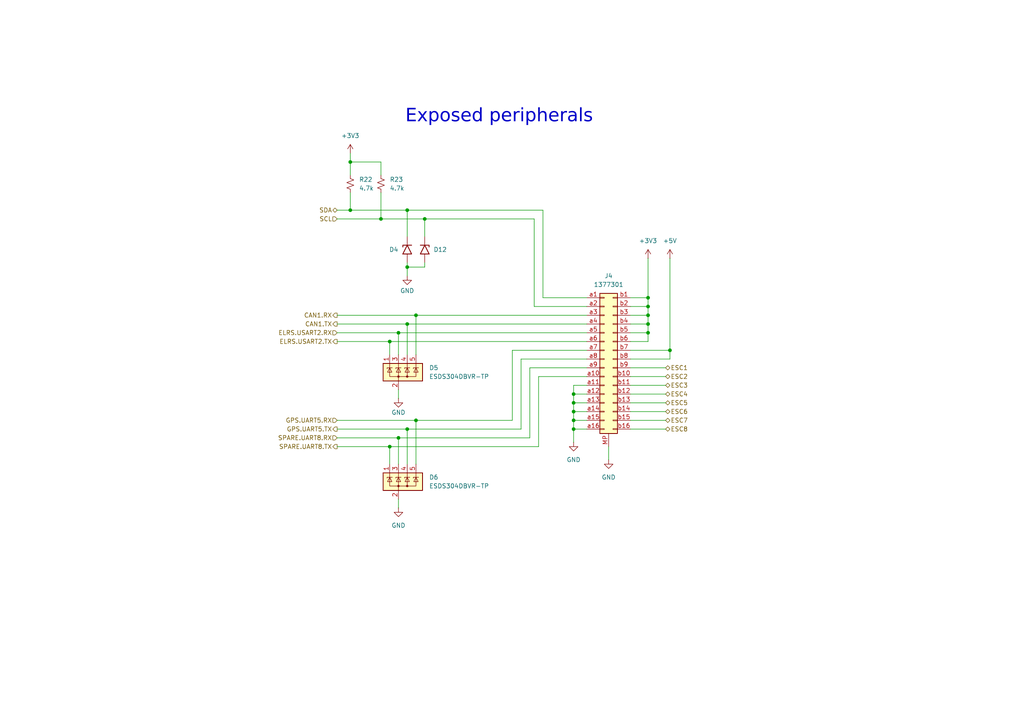
<source format=kicad_sch>
(kicad_sch (version 20250114) (generator "eeschema") (generator_version "9.0")
  (paper "A4")
  (lib_symbols
    (symbol "Connector_Generic:Conn_02x16_Row_Letter_First" (pin_names (offset 1.016) (hide yes))
      (property "Reference" "J4" (at 1.27 24.13 0))
      (property "Value" "1377301" (at 1.27 21.59 0))
      (symbol "Conn_02x16_Row_Letter_First_1_1"
        (rectangle (start -1.27 19.05) (end 3.81 -21.59) (stroke (width 0.254)) (fill (type background)))
        (rectangle (start -1.27 17.907) (end 0 17.653) (stroke (width 0.1524)))
        (rectangle (start -1.27 15.367) (end 0 15.113) (stroke (width 0.1524)))
        (rectangle (start -1.27 12.827) (end 0 12.573) (stroke (width 0.1524)))
        (rectangle (start -1.27 10.287) (end 0 10.033) (stroke (width 0.1524)))
        (rectangle (start -1.27 7.747) (end 0 7.493) (stroke (width 0.1524)))
        (rectangle (start -1.27 5.207) (end 0 4.953) (stroke (width 0.1524)))
        (rectangle (start -1.27 2.667) (end 0 2.413) (stroke (width 0.1524)))
        (rectangle (start -1.27 0.127) (end 0 -0.127) (stroke (width 0.1524)))
        (rectangle (start -1.27 -2.413) (end 0 -2.667) (stroke (width 0.1524)))
        (rectangle (start -1.27 -4.953) (end 0 -5.207) (stroke (width 0.1524)))
        (rectangle (start -1.27 -7.493) (end 0 -7.747) (stroke (width 0.1524)))
        (rectangle (start -1.27 -10.033) (end 0 -10.287) (stroke (width 0.1524)))
        (rectangle (start -1.27 -12.573) (end 0 -12.827) (stroke (width 0.1524)))
        (rectangle (start -1.27 -15.113) (end 0 -15.367) (stroke (width 0.1524)))
        (rectangle (start -1.27 -17.653) (end 0 -17.907) (stroke (width 0.1524)))
        (rectangle (start -1.27 -20.193) (end 0 -20.447) (stroke (width 0.1524)))
        (rectangle (start 3.81 17.907) (end 2.54 17.653) (stroke (width 0.1524)))
        (rectangle (start 3.81 15.367) (end 2.54 15.113) (stroke (width 0.1524)))
        (rectangle (start 3.81 12.827) (end 2.54 12.573) (stroke (width 0.1524)))
        (rectangle (start 3.81 10.287) (end 2.54 10.033) (stroke (width 0.1524)))
        (rectangle (start 3.81 7.747) (end 2.54 7.493) (stroke (width 0.1524)))
        (rectangle (start 3.81 5.207) (end 2.54 4.953) (stroke (width 0.1524)))
        (rectangle (start 3.81 2.667) (end 2.54 2.413) (stroke (width 0.1524)))
        (rectangle (start 3.81 0.127) (end 2.54 -0.127) (stroke (width 0.1524)))
        (rectangle (start 3.81 -2.413) (end 2.54 -2.667) (stroke (width 0.1524)))
        (rectangle (start 3.81 -4.953) (end 2.54 -5.207) (stroke (width 0.1524)))
        (rectangle (start 3.81 -7.493) (end 2.54 -7.747) (stroke (width 0.1524)))
        (rectangle (start 3.81 -10.033) (end 2.54 -10.287) (stroke (width 0.1524)))
        (rectangle (start 3.81 -12.573) (end 2.54 -12.827) (stroke (width 0.1524)))
        (rectangle (start 3.81 -15.113) (end 2.54 -15.367) (stroke (width 0.1524)))
        (rectangle (start 3.81 -17.653) (end 2.54 -17.907) (stroke (width 0.1524)))
        (rectangle (start 3.81 -20.193) (end 2.54 -20.447) (stroke (width 0.1524)))
        (pin passive line (at -5.08 17.78 0) (length 3.81) (name "Pin_a1") (number "a1"))
        (pin passive line (at -5.08 15.24 0) (length 3.81) (name "Pin_a2") (number "a2"))
        (pin passive line (at -5.08 12.7 0) (length 3.81) (name "Pin_a3") (number "a3"))
        (pin passive line (at -5.08 10.16 0) (length 3.81) (name "Pin_a4") (number "a4"))
        (pin passive line (at -5.08 7.62 0) (length 3.81) (name "Pin_a5") (number "a5"))
        (pin passive line (at -5.08 5.08 0) (length 3.81) (name "Pin_a6") (number "a6"))
        (pin passive line (at -5.08 2.54 0) (length 3.81) (name "Pin_a7") (number "a7"))
        (pin passive line (at -5.08 0 0) (length 3.81) (name "Pin_a8") (number "a8"))
        (pin passive line (at -5.08 -2.54 0) (length 3.81) (name "Pin_a9") (number "a9"))
        (pin passive line (at -5.08 -5.08 0) (length 3.81) (name "Pin_a10") (number "a10"))
        (pin passive line (at -5.08 -7.62 0) (length 3.81) (name "Pin_a11") (number "a11"))
        (pin passive line (at -5.08 -10.16 0) (length 3.81) (name "Pin_a12") (number "a12"))
        (pin passive line (at -5.08 -12.7 0) (length 3.81) (name "Pin_a13") (number "a13"))
        (pin passive line (at -5.08 -15.24 0) (length 3.81) (name "Pin_a14") (number "a14"))
        (pin passive line (at -5.08 -17.78 0) (length 3.81) (name "Pin_a15") (number "a15"))
        (pin passive line (at -5.08 -20.32 0) (length 3.81) (name "Pin_a16") (number "a16"))
        (pin passive line (at 1.27 -25.4 90) (length 3.81) (name "MP") (number "MP"))
        (pin passive line (at 7.62 17.78 180) (length 3.81) (name "Pin_b1") (number "b1"))
        (pin passive line (at 7.62 15.24 180) (length 3.81) (name "Pin_b2") (number "b2"))
        (pin passive line (at 7.62 12.7 180) (length 3.81) (name "Pin_b3") (number "b3"))
        (pin passive line (at 7.62 10.16 180) (length 3.81) (name "Pin_b4") (number "b4"))
        (pin passive line (at 7.62 7.62 180) (length 3.81) (name "Pin_b5") (number "b5"))
        (pin passive line (at 7.62 5.08 180) (length 3.81) (name "Pin_b6") (number "b6"))
        (pin passive line (at 7.62 2.54 180) (length 3.81) (name "Pin_b7") (number "b7"))
        (pin passive line (at 7.62 0 180) (length 3.81) (name "Pin_b8") (number "b8"))
        (pin passive line (at 7.62 -2.54 180) (length 3.81) (name "Pin_b9") (number "b9"))
        (pin passive line (at 7.62 -5.08 180) (length 3.81) (name "Pin_b10") (number "b10"))
        (pin passive line (at 7.62 -7.62 180) (length 3.81) (name "Pin_b11") (number "b11"))
        (pin passive line (at 7.62 -10.16 180) (length 3.81) (name "Pin_b12") (number "b12"))
        (pin passive line (at 7.62 -12.7 180) (length 3.81) (name "Pin_b13") (number "b13"))
        (pin passive line (at 7.62 -15.24 180) (length 3.81) (name "Pin_b14") (number "b14"))
        (pin passive line (at 7.62 -17.78 180) (length 3.81) (name "Pin_b15") (number "b15"))
        (pin passive line (at 7.62 -20.32 180) (length 3.81) (name "Pin_b16") (number "b16"))
      )
    )
    (symbol "Device:R_Small_US" (pin_numbers (hide yes)) (pin_names (offset 0.254) (hide yes))
      (property "Reference" "R" (at 0.762 0.508 0))
      (property "Value" "R_Small_US" (at 0.762 -1.016 0))
      (symbol "R_Small_US_1_1"
        (polyline (pts (xy 0 1.524) (xy 1.016 1.143) (xy 0 0.762) (xy -1.016 0.381) (xy 0 0)))
        (polyline (pts (xy 0 0) (xy 1.016 -0.381) (xy 0 -0.762) (xy -1.016 -1.143) (xy 0 -1.524)))
        (pin passive line (at 0 2.54 270) (length 1.016) (name "~") (number "1"))
        (pin passive line (at 0 -2.54 90) (length 1.016) (name "~") (number "2"))
      )
    )
    (symbol "Diode:SMAJ78A" (pin_numbers (hide yes)) (pin_names (offset 1.016) (hide yes))
      (property "Reference" "D" (at 0 2.54 0))
      (property "Value" "SMAJ78A" (at 0 -2.54 0))
      (symbol "SMAJ78A_0_1"
        (polyline (pts (xy -0.762 1.27) (xy -1.27 1.27) (xy -1.27 -1.27)) (stroke (width 0.254)))
        (polyline (pts (xy 1.27 1.27) (xy 1.27 -1.27) (xy -1.27 0) (xy 1.27 1.27)) (stroke (width 0.254)))
      )
      (symbol "SMAJ78A_1_1"
        (pin passive line (at -3.81 0 0) (length 2.54) (name "A1") (number "1"))
        (pin passive line (at 3.81 0 180) (length 2.54) (name "A2") (number "2"))
      )
    )
    (symbol "Power_Protection:ESDA5V3SC5" (pin_names (hide yes))
      (property "Reference" "D" (at 7.62 2.54 0))
      (property "Value" "ESDA5V3SC5" (at 7.62 0.635 0))
      (symbol "ESDA5V3SC5_0_0"
        (pin passive line (at 0 -5.08 90) (length 2.54) (name "A") (number "2"))
      )
      (symbol "ESDA5V3SC5_0_1"
        (rectangle (start -4.445 2.54) (end 6.985 -2.54) (stroke (width 0.254)) (fill (type background)))
        (polyline (pts (xy -3.302 1.016) (xy -3.302 1.27) (xy -1.778 1.27)))
        (polyline (pts (xy -2.54 2.54) (xy -2.54 1.27)))
        (polyline (pts (xy -2.54 1.27) (xy -2.54 -1.27) (xy 2.54 -1.27) (xy 2.54 1.27)))
        (polyline (pts (xy -2.54 1.27) (xy -1.905 0) (xy -3.175 0) (xy -2.54 1.27)))
        (polyline (pts (xy 0 2.54) (xy 0 1.27)))
        (polyline (pts (xy 0 -1.27) (xy 0 1.27)))
        (polyline (pts (xy 0 -1.27) (xy 0 -2.54)))
        (circle (center 0 -1.27) (radius 0.254) (fill (type outline)))
        (polyline (pts (xy 0.635 0) (xy -0.635 0) (xy 0 1.27) (xy 0.635 0)))
        (polyline (pts (xy 0.762 1.27) (xy -0.762 1.27) (xy -0.762 1.016)))
        (polyline (pts (xy 1.778 1.016) (xy 1.778 1.27) (xy 3.175 1.27) (xy 3.302 1.27)))
        (polyline (pts (xy 2.54 2.54) (xy 2.54 1.27)))
        (polyline (pts (xy 2.54 1.27) (xy 1.905 0) (xy 3.175 0) (xy 2.54 1.27)))
        (circle (center 2.54 -1.27) (radius 0.254) (fill (type outline)))
        (polyline (pts (xy 4.318 1.016) (xy 4.318 1.27) (xy 5.715 1.27) (xy 5.842 1.27)))
        (polyline (pts (xy 5.08 2.54) (xy 5.08 1.27)))
        (polyline (pts (xy 5.08 1.27) (xy 5.08 -1.27) (xy 2.54 -1.27)))
        (polyline (pts (xy 5.08 1.27) (xy 4.445 0) (xy 5.715 0) (xy 5.08 1.27)))
      )
      (symbol "ESDA5V3SC5_1_1"
        (pin passive line (at -2.54 5.08 270) (length 2.54) (name "K") (number "1"))
        (pin passive line (at 0 5.08 270) (length 2.54) (name "K") (number "3"))
        (pin passive line (at 2.54 5.08 270) (length 2.54) (name "K") (number "4"))
        (pin passive line (at 5.08 5.08 270) (length 2.54) (name "K") (number "5"))
      )
    )
    (symbol "power:+3V3" (power) (pin_numbers (hide yes)) (pin_names (offset 0) (hide yes))
      (property "Value" "+3V3" (at 0 3.556 0))
      (symbol "+3V3_0_1"
        (polyline (pts (xy -0.762 1.27) (xy 0 2.54)))
        (polyline (pts (xy 0 2.54) (xy 0.762 1.27)))
        (polyline (pts (xy 0 0) (xy 0 2.54)))
      )
      (symbol "+3V3_1_1"
        (pin power_in line (at 0 0 90) (length 0) (name "~") (number "1"))
      )
    )
    (symbol "power:+5V" (power) (pin_numbers (hide yes)) (pin_names (offset 0) (hide yes))
      (property "Value" "+5V" (at 0 3.556 0))
      (symbol "+5V_0_1"
        (polyline (pts (xy -0.762 1.27) (xy 0 2.54)))
        (polyline (pts (xy 0 2.54) (xy 0.762 1.27)))
        (polyline (pts (xy 0 0) (xy 0 2.54)))
      )
      (symbol "+5V_1_1"
        (pin power_in line (at 0 0 90) (length 0) (name "~") (number "1"))
      )
    )
    (symbol "power:GND" (power) (pin_numbers (hide yes)) (pin_names (offset 0) (hide yes))
      (property "Value" "GND" (at 0 -3.81 0))
      (symbol "GND_0_1"
        (polyline (pts (xy 0 0) (xy 0 -1.27) (xy 1.27 -1.27) (xy 0 -2.54) (xy -1.27 -1.27) (xy 0 -1.27)))
      )
      (symbol "GND_1_1"
        (pin power_in line (at 0 0 270) (length 0) (name "~") (number "1"))
      )
    )
  )
  (text "Exposed peripherals" (at 144.78 34.798 0) (effects (font (size 3.81 3.81))))
  (junction (at 166.37 124.46))
  (junction (at 187.96 86.36))
  (junction (at 187.96 91.44))
  (junction (at 123.19 63.5))
  (junction (at 115.57 127))
  (junction (at 118.11 124.46))
  (junction (at 118.11 77.47))
  (junction (at 187.96 93.98))
  (junction (at 166.37 119.38))
  (junction (at 166.37 114.3))
  (junction (at 187.96 88.9))
  (junction (at 120.65 121.92))
  (junction (at 166.37 116.84))
  (junction (at 113.03 129.54))
  (junction (at 101.6 60.96))
  (junction (at 113.03 99.06))
  (junction (at 187.96 96.52))
  (junction (at 118.11 60.96))
  (junction (at 194.31 101.6))
  (junction (at 110.49 63.5))
  (junction (at 118.11 93.98))
  (junction (at 120.65 91.44))
  (junction (at 166.37 121.92))
  (junction (at 115.57 96.52))
  (junction (at 101.6 46.99))
  (wire (pts (xy 123.19 77.47) (xy 118.11 77.47)))
  (wire (pts (xy 115.57 144.78) (xy 115.57 147.32)))
  (wire (pts (xy 97.79 60.96) (xy 101.6 60.96)))
  (wire (pts (xy 182.88 86.36) (xy 187.96 86.36)))
  (wire (pts (xy 118.11 93.98) (xy 118.11 102.87)))
  (wire (pts (xy 182.88 93.98) (xy 187.96 93.98)))
  (wire (pts (xy 97.79 121.92) (xy 120.65 121.92)))
  (wire (pts (xy 118.11 60.96) (xy 118.11 68.58)))
  (wire (pts (xy 97.79 63.5) (xy 110.49 63.5)))
  (wire (pts (xy 115.57 115.57) (xy 115.57 113.03)))
  (wire (pts (xy 176.53 129.54) (xy 176.53 133.35)))
  (wire (pts (xy 120.65 121.92) (xy 148.59 121.92)))
  (wire (pts (xy 148.59 101.6) (xy 170.18 101.6)))
  (wire (pts (xy 110.49 50.8) (xy 110.49 46.99)))
  (wire (pts (xy 97.79 91.44) (xy 120.65 91.44)))
  (wire (pts (xy 110.49 46.99) (xy 101.6 46.99)))
  (wire (pts (xy 187.96 86.36) (xy 187.96 88.9)))
  (wire (pts (xy 123.19 63.5) (xy 154.94 63.5)))
  (wire (pts (xy 170.18 109.22) (xy 156.21 109.22)))
  (wire (pts (xy 166.37 114.3) (xy 166.37 116.84)))
  (wire (pts (xy 166.37 119.38) (xy 166.37 116.84)))
  (wire (pts (xy 113.03 99.06) (xy 170.18 99.06)))
  (wire (pts (xy 187.96 96.52) (xy 187.96 93.98)))
  (wire (pts (xy 118.11 124.46) (xy 118.11 134.62)))
  (wire (pts (xy 182.88 91.44) (xy 187.96 91.44)))
  (wire (pts (xy 154.94 63.5) (xy 154.94 88.9)))
  (wire (pts (xy 110.49 63.5) (xy 123.19 63.5)))
  (wire (pts (xy 182.88 99.06) (xy 187.96 99.06)))
  (wire (pts (xy 118.11 60.96) (xy 157.48 60.96)))
  (wire (pts (xy 115.57 127) (xy 153.67 127)))
  (wire (pts (xy 193.04 109.22) (xy 182.88 109.22)))
  (wire (pts (xy 187.96 88.9) (xy 182.88 88.9)))
  (wire (pts (xy 194.31 101.6) (xy 194.31 104.14)))
  (wire (pts (xy 193.04 121.92) (xy 182.88 121.92)))
  (wire (pts (xy 170.18 111.76) (xy 166.37 111.76)))
  (wire (pts (xy 156.21 109.22) (xy 156.21 129.54)))
  (wire (pts (xy 166.37 119.38) (xy 170.18 119.38)))
  (wire (pts (xy 97.79 96.52) (xy 115.57 96.52)))
  (wire (pts (xy 170.18 104.14) (xy 151.13 104.14)))
  (wire (pts (xy 187.96 74.93) (xy 187.96 86.36)))
  (wire (pts (xy 120.65 91.44) (xy 120.65 102.87)))
  (wire (pts (xy 166.37 124.46) (xy 170.18 124.46)))
  (wire (pts (xy 166.37 114.3) (xy 170.18 114.3)))
  (wire (pts (xy 182.88 104.14) (xy 194.31 104.14)))
  (wire (pts (xy 120.65 91.44) (xy 170.18 91.44)))
  (wire (pts (xy 166.37 128.27) (xy 166.37 124.46)))
  (wire (pts (xy 193.04 114.3) (xy 182.88 114.3)))
  (wire (pts (xy 166.37 111.76) (xy 166.37 114.3)))
  (wire (pts (xy 193.04 124.46) (xy 182.88 124.46)))
  (wire (pts (xy 193.04 119.38) (xy 182.88 119.38)))
  (wire (pts (xy 118.11 124.46) (xy 97.79 124.46)))
  (wire (pts (xy 182.88 96.52) (xy 187.96 96.52)))
  (wire (pts (xy 123.19 76.2) (xy 123.19 77.47)))
  (wire (pts (xy 115.57 96.52) (xy 170.18 96.52)))
  (wire (pts (xy 154.94 88.9) (xy 170.18 88.9)))
  (wire (pts (xy 113.03 129.54) (xy 156.21 129.54)))
  (wire (pts (xy 148.59 121.92) (xy 148.59 101.6)))
  (wire (pts (xy 97.79 93.98) (xy 118.11 93.98)))
  (wire (pts (xy 194.31 74.93) (xy 194.31 101.6)))
  (wire (pts (xy 97.79 99.06) (xy 113.03 99.06)))
  (wire (pts (xy 187.96 99.06) (xy 187.96 96.52)))
  (wire (pts (xy 97.79 129.54) (xy 113.03 129.54)))
  (wire (pts (xy 157.48 86.36) (xy 170.18 86.36)))
  (wire (pts (xy 157.48 60.96) (xy 157.48 86.36)))
  (wire (pts (xy 153.67 106.68) (xy 170.18 106.68)))
  (wire (pts (xy 110.49 55.88) (xy 110.49 63.5)))
  (wire (pts (xy 193.04 106.68) (xy 182.88 106.68)))
  (wire (pts (xy 101.6 46.99) (xy 101.6 50.8)))
  (wire (pts (xy 113.03 99.06) (xy 113.03 102.87)))
  (wire (pts (xy 97.79 127) (xy 115.57 127)))
  (wire (pts (xy 193.04 116.84) (xy 182.88 116.84)))
  (wire (pts (xy 151.13 104.14) (xy 151.13 124.46)))
  (wire (pts (xy 118.11 77.47) (xy 118.11 80.01)))
  (wire (pts (xy 193.04 111.76) (xy 182.88 111.76)))
  (wire (pts (xy 120.65 121.92) (xy 120.65 134.62)))
  (wire (pts (xy 187.96 91.44) (xy 187.96 88.9)))
  (wire (pts (xy 115.57 96.52) (xy 115.57 102.87)))
  (wire (pts (xy 101.6 60.96) (xy 118.11 60.96)))
  (wire (pts (xy 166.37 116.84) (xy 170.18 116.84)))
  (wire (pts (xy 101.6 55.88) (xy 101.6 60.96)))
  (wire (pts (xy 115.57 127) (xy 115.57 134.62)))
  (wire (pts (xy 182.88 101.6) (xy 194.31 101.6)))
  (wire (pts (xy 187.96 93.98) (xy 187.96 91.44)))
  (wire (pts (xy 113.03 129.54) (xy 113.03 134.62)))
  (wire (pts (xy 166.37 121.92) (xy 166.37 119.38)))
  (wire (pts (xy 118.11 93.98) (xy 170.18 93.98)))
  (wire (pts (xy 123.19 63.5) (xy 123.19 68.58)))
  (wire (pts (xy 101.6 46.99) (xy 101.6 44.45)))
  (wire (pts (xy 153.67 127) (xy 153.67 106.68)))
  (wire (pts (xy 166.37 121.92) (xy 170.18 121.92)))
  (wire (pts (xy 166.37 124.46) (xy 166.37 121.92)))
  (wire (pts (xy 118.11 76.2) (xy 118.11 77.47)))
  (wire (pts (xy 151.13 124.46) (xy 118.11 124.46)))
  (hierarchical_label "SDA" (shape bidirectional) (at 97.79 60.96 180))
  (hierarchical_label "SPARE.UART8.TX" (shape output) (at 97.79 129.54 180))
  (hierarchical_label "ELRS.USART2.TX" (shape output) (at 97.79 99.06 180))
  (hierarchical_label "CAN1.TX" (shape output) (at 97.79 93.98 180))
  (hierarchical_label "ESC1" (shape bidirectional) (at 193.04 106.68 0))
  (hierarchical_label "ESC7" (shape bidirectional) (at 193.04 121.92 0))
  (hierarchical_label "SPARE.UART8.RX" (shape input) (at 97.79 127 180))
  (hierarchical_label "ESC3" (shape bidirectional) (at 193.04 111.76 0))
  (hierarchical_label "GPS.UART5.TX" (shape output) (at 97.79 124.46 180))
  (hierarchical_label "ESC5" (shape bidirectional) (at 193.04 116.84 0))
  (hierarchical_label "CAN1.RX" (shape output) (at 97.79 91.44 180))
  (hierarchical_label "ESC8" (shape bidirectional) (at 193.04 124.46 0))
  (hierarchical_label "ELRS.USART2.RX" (shape input) (at 97.79 96.52 180))
  (hierarchical_label "GPS.UART5.RX" (shape input) (at 97.79 121.92 180))
  (hierarchical_label "ESC2" (shape bidirectional) (at 193.04 109.22 0))
  (hierarchical_label "ESC6" (shape bidirectional) (at 193.04 119.38 0))
  (hierarchical_label "ESC4" (shape bidirectional) (at 193.04 114.3 0))
  (hierarchical_label "SCL" (shape input) (at 97.79 63.5 180))
  (symbol (lib_id "Power_Protection:ESDA5V3SC5") (at 115.57 139.7 0) (unit 1)
    (property "Reference" "D6" (at 124.46 138.4299 0) (effects (justify left)))
    (property "Value" "ESDS304DBVR-TP" (at 124.46 140.9699 0) (effects (justify left)))
    (property "Footprint" "Package_TO_SOT_SMD:SOT-23-5" (effects (hide yes)))
    (property "Datasheet" "https://www.st.com/resource/en/datasheet/esda5v3sc6.pdf" (effects (hide yes)))
    (property "Description" "Quad TVS Diode Array, 5.3V Standoff, 4 Channels, 400W, ±30kV, SOT-23-5" (effects (hide yes)))
  )
  (symbol (lib_id "power:GND") (at 166.37 128.27 0) (unit 1)
    (property "Reference" "#PWR087" (effects (hide yes)))
    (property "Value" "GND" (at 166.37 133.35 0))
    (property "Description" "Power symbol creates a global label with name \"GND\" , ground" (effects (hide yes)))
  )
  (symbol (lib_id "Device:R_Small_US") (at 101.6 53.34 0) (unit 1)
    (property "Reference" "R22" (at 104.14 52.0699 0) (effects (justify left)))
    (property "Value" "4.7k" (at 104.14 54.6099 0) (effects (justify left)))
    (property "Footprint" "Resistor_SMD:R_0402_1005Metric" (effects (hide yes)))
    (property "Description" "Resistor, small US symbol" (effects (hide yes)))
  )
  (symbol (lib_id "power:GND") (at 115.57 115.57 0) (unit 1)
    (property "Reference" "#PWR086" (effects (hide yes)))
    (property "Value" "GND" (at 115.57 119.634 0))
    (property "Description" "Power symbol creates a global label with name \"GND\" , ground" (effects (hide yes)))
  )
  (symbol (lib_id "power:+5V") (at 194.31 74.93 0) (unit 1)
    (property "Reference" "#PWR084" (effects (hide yes)))
    (property "Value" "+5V" (at 194.31 69.85 0))
    (property "Description" "Power symbol creates a global label with name \"+5V\"" (effects (hide yes)))
  )
  (symbol (lib_id "Diode:SMAJ78A") (at 123.19 72.39 270) (unit 1)
    (property "Reference" "D12" (at 125.73 72.3899 90) (effects (justify left)))
    (property "Value" "D1213A-01LP4-7B" (effects (hide yes)))
    (property "Footprint" "Diode_SMD:D_0402_1005Metric" (effects (hide yes)))
    (property "Datasheet" "https://www.diodes.com/assets/Datasheets/D1213A-01LP4.pdf" (effects (hide yes)))
    (property "Description" "TVS DIODE 3.3VWM 10VC X2DFN10062" (effects (hide yes)))
  )
  (symbol (lib_id "power:GND") (at 176.53 133.35 0) (unit 1)
    (property "Reference" "#PWR0117" (effects (hide yes)))
    (property "Value" "GND" (at 176.53 138.43 0))
    (property "Description" "Power symbol creates a global label with name \"GND\" , ground" (effects (hide yes)))
  )
  (symbol (lib_id "Connector_Generic:Conn_02x16_Row_Letter_First") (at 175.26 104.14 0) (unit 1)
    (property "Reference" "J4" (at 176.53 80.01 0))
    (property "Value" "1377301" (at 176.53 82.55 0))
    (property "Footprint" "greencharge-footprints:PHOENIX_1377301" (effects (hide yes)))
    (property "Datasheet" "https://www.phoenixcontact.com/en-us/products/smd-male-connectors-fr-127-32-mh-1377301?type=pdf" (effects (hide yes)))
    (property "Description" "Generic connector, double row, 02x16, row letter first pin numbering scheme (pin number consists of a letter for the row and a number for the pin index in this row. a1, ..., aN; b1, ..., bN), script generated (kicad-library-utils/schlib/autogen/connector/)" (effects (hide yes)))
  )
  (symbol (lib_id "Power_Protection:ESDA5V3SC5") (at 115.57 107.95 0) (unit 1)
    (property "Reference" "D5" (at 124.46 106.6799 0) (effects (justify left)))
    (property "Value" "ESDS304DBVR-TP" (at 124.46 109.2199 0) (effects (justify left)))
    (property "Footprint" "Package_TO_SOT_SMD:SOT-23-5" (effects (hide yes)))
    (property "Datasheet" "https://www.st.com/resource/en/datasheet/esda5v3sc6.pdf" (effects (hide yes)))
    (property "Description" "Quad TVS Diode Array, 5.3V Standoff, 4 Channels, 400W, ±30kV, SOT-23-5" (effects (hide yes)))
  )
  (symbol (lib_id "power:GND") (at 118.11 80.01 0) (unit 1)
    (property "Reference" "#PWR085" (effects (hide yes)))
    (property "Value" "GND" (at 118.11 84.328 0))
    (property "Description" "Power symbol creates a global label with name \"GND\" , ground" (effects (hide yes)))
  )
  (symbol (lib_id "power:+3V3") (at 101.6 44.45 0) (unit 1)
    (property "Reference" "#PWR082" (effects (hide yes)))
    (property "Value" "+3V3" (at 101.6 39.37 0))
    (property "Description" "Power symbol creates a global label with name \"+3V3\"" (effects (hide yes)))
  )
  (symbol (lib_id "Diode:SMAJ78A") (at 118.11 72.39 90) (mirror x) (unit 1)
    (property "Reference" "D4" (at 115.57 72.3899 90) (effects (justify left)))
    (property "Value" "D1213A-01LP4-7B" (effects (hide yes)))
    (property "Footprint" "Diode_SMD:D_0402_1005Metric" (effects (hide yes)))
    (property "Datasheet" "https://www.diodes.com/assets/Datasheets/D1213A-01LP4.pdf" (effects (hide yes)))
    (property "Description" "TVS DIODE 3.3VWM 10VC X2DFN10062" (effects (hide yes)))
  )
  (symbol (lib_id "Device:R_Small_US") (at 110.49 53.34 0) (unit 1)
    (property "Reference" "R23" (at 113.03 52.0699 0) (effects (justify left)))
    (property "Value" "4.7k" (at 113.03 54.6099 0) (effects (justify left)))
    (property "Footprint" "Resistor_SMD:R_0402_1005Metric" (effects (hide yes)))
    (property "Description" "Resistor, small US symbol" (effects (hide yes)))
  )
  (symbol (lib_id "power:GND") (at 115.57 147.32 0) (unit 1)
    (property "Reference" "#PWR088" (effects (hide yes)))
    (property "Value" "GND" (at 115.57 152.4 0))
    (property "Description" "Power symbol creates a global label with name \"GND\" , ground" (effects (hide yes)))
  )
  (symbol (lib_id "power:+3V3") (at 187.96 74.93 0) (unit 1)
    (property "Reference" "#PWR083" (effects (hide yes)))
    (property "Value" "+3V3" (at 187.96 69.85 0))
    (property "Description" "Power symbol creates a global label with name \"+3V3\"" (effects (hide yes)))
  )
)
</source>
